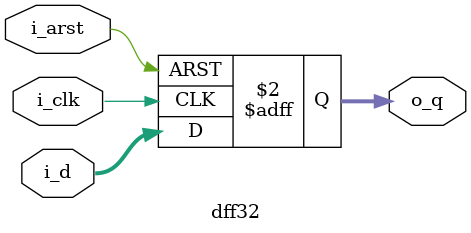
<source format=v>
module dff32 (i_clk, i_arst, i_d, o_q);

parameter WIDTH = 32;

input i_clk;
input i_arst;
input [WIDTH-1:0] i_d;
output [WIDTH-1:0] o_q;
reg [WIDTH-1:0] o_q;
always @(posedge i_clk or posedge i_arst) begin
if(i_arst) begin
	o_q <= {WIDTH{1'b0}};
	end else begin 
   o_q <= i_d;
	end
end
endmodule

</source>
